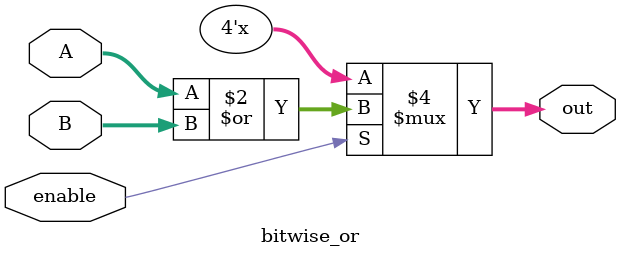
<source format=v>
`timescale 1ns / 1ps


module bitwise_or(input enable, output reg [3:0] out, input [3:0] A,B);
always@(enable, A,B)
begin
    out = 4'bxxxx;
    if (enable)
        out = A|B;
end
endmodule
</source>
